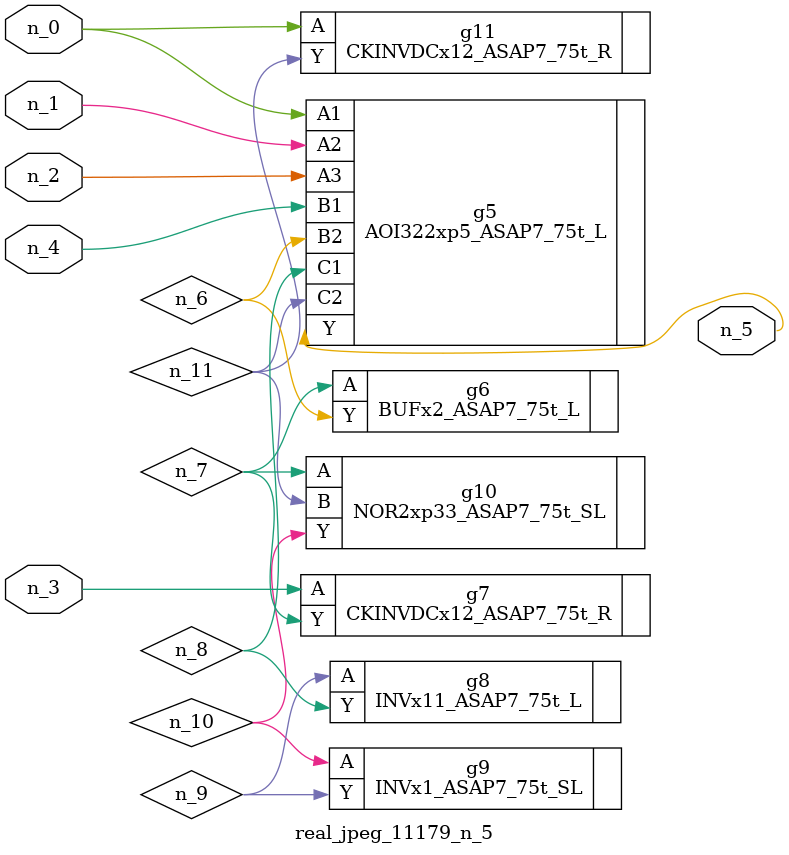
<source format=v>
module real_jpeg_11179_n_5 (n_4, n_0, n_1, n_2, n_3, n_5);

input n_4;
input n_0;
input n_1;
input n_2;
input n_3;

output n_5;

wire n_8;
wire n_11;
wire n_6;
wire n_7;
wire n_10;
wire n_9;

AOI322xp5_ASAP7_75t_L g5 ( 
.A1(n_0),
.A2(n_1),
.A3(n_2),
.B1(n_4),
.B2(n_6),
.C1(n_8),
.C2(n_11),
.Y(n_5)
);

CKINVDCx12_ASAP7_75t_R g11 ( 
.A(n_0),
.Y(n_11)
);

CKINVDCx12_ASAP7_75t_R g7 ( 
.A(n_3),
.Y(n_7)
);

BUFx2_ASAP7_75t_L g6 ( 
.A(n_7),
.Y(n_6)
);

NOR2xp33_ASAP7_75t_SL g10 ( 
.A(n_7),
.B(n_11),
.Y(n_10)
);

INVx11_ASAP7_75t_L g8 ( 
.A(n_9),
.Y(n_8)
);

INVx1_ASAP7_75t_SL g9 ( 
.A(n_10),
.Y(n_9)
);


endmodule
</source>
